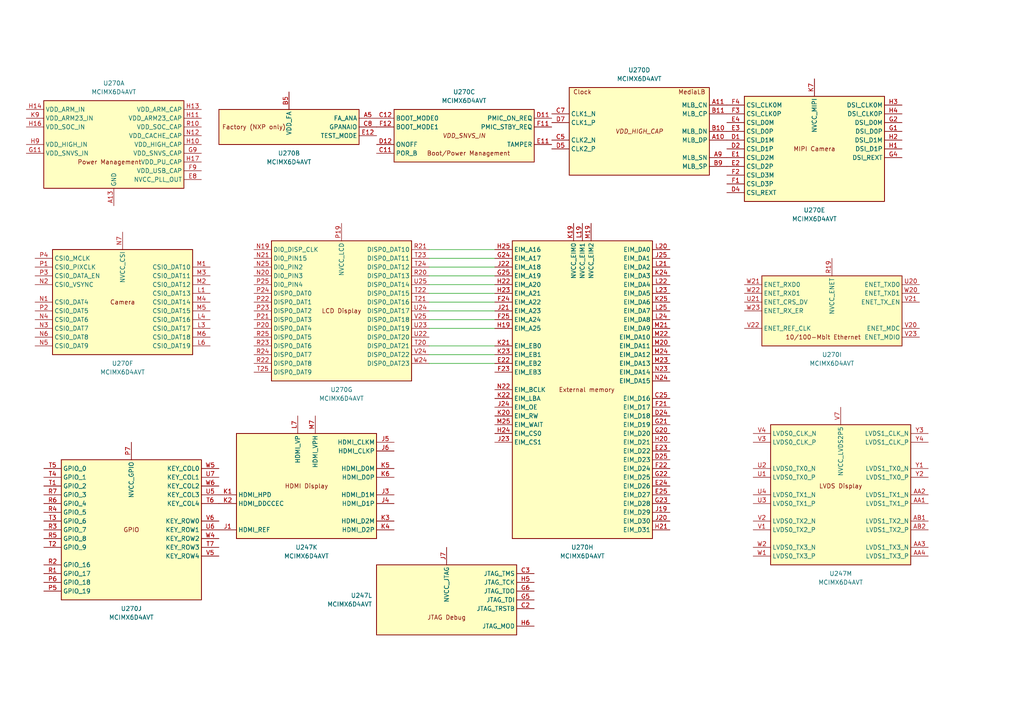
<source format=kicad_sch>
(kicad_sch (version 20250114) (generator "eeschema") (generator_version "9.0")
  (paper "A4")
  (wire (pts (xy 143.51 80.01) (xy 124.46 80.01)))
  (wire (pts (xy 143.51 82.55) (xy 124.46 82.55)))
  (wire (pts (xy 143.51 90.17) (xy 124.46 90.17)))
  (wire (pts (xy 143.51 74.93) (xy 124.46 74.93)))
  (wire (pts (xy 143.51 95.25) (xy 124.46 95.25)))
  (wire (pts (xy 143.51 85.09) (xy 124.46 85.09)))
  (wire (pts (xy 143.51 77.47) (xy 124.46 77.47)))
  (wire (pts (xy 143.51 92.71) (xy 124.46 92.71)))
  (wire (pts (xy 143.51 87.63) (xy 124.46 87.63)))
  (wire (pts (xy 143.51 72.39) (xy 124.46 72.39)))
  (wire (pts (xy 143.51 100.33) (xy 124.46 100.33)))
  (wire (pts (xy 143.51 105.41) (xy 124.46 105.41)))
  (wire (pts (xy 143.51 102.87) (xy 124.46 102.87)))
  (symbol (lib_id "CPU_NXP_IMX:MCIMX6D4AVT") (at 241.3 90.17 0) (unit 9)
    (property "Reference" "U270" (at 241.3 102.87 0))
    (property "Value" "MCIMX6D4AVT" (at 241.3 105.41 0))
    (property "Footprint" "Package_BGA:BGA-624_21x21mm_Layout25x25_P0.8mm" (effects (hide yes)))
    (property "Datasheet" "https://www.nxp.com/docs/en/data-sheet/IMX6DQAEC.pdf" (effects (hide yes)))
    (property "Description" "i.MX 6Dual Automotive and Infotainment Application Processor, BGA-624" (effects (hide yes)))
  )
  (symbol (lib_id "CPU_NXP_IMX:MCIMX6D4AVT") (at 38.1 153.67 0) (unit 10)
    (property "Reference" "U270" (at 38.1 176.53 0))
    (property "Value" "MCIMX6D4AVT" (at 38.1 179.07 0))
    (property "Footprint" "Package_BGA:BGA-624_21x21mm_Layout25x25_P0.8mm" (effects (hide yes)))
    (property "Datasheet" "https://www.nxp.com/docs/en/data-sheet/IMX6DQAEC.pdf" (effects (hide yes)))
    (property "Description" "i.MX 6Dual Automotive and Infotainment Application Processor, BGA-624" (effects (hide yes)))
  )
  (symbol (lib_id "CPU_NXP_IMX:MCIMX6D4AVT") (at 33.02 41.91 0) (unit 1)
    (property "Reference" "U270" (at 33.02 24.13 0))
    (property "Value" "MCIMX6D4AVT" (at 33.02 26.67 0))
    (property "Footprint" "Package_BGA:BGA-624_21x21mm_Layout25x25_P0.8mm" (effects (hide yes)))
    (property "Datasheet" "https://www.nxp.com/docs/en/data-sheet/IMX6DQAEC.pdf" (effects (hide yes)))
    (property "Description" "i.MX 6Dual Automotive and Infotainment Application Processor, BGA-624" (effects (hide yes)))
  )
  (symbol (lib_id "CPU_NXP_IMX:MCIMX6D4AVT") (at 129.54 173.99 0) (unit 12)
    (property "Reference" "U247" (at 107.95 172.7199 0) (effects (justify right)))
    (property "Value" "MCIMX6D4AVT" (at 107.95 175.2599 0) (effects (justify right)))
    (property "Footprint" "Package_BGA:BGA-624_21x21mm_Layout25x25_P0.8mm" (effects (hide yes)))
    (property "Datasheet" "https://www.nxp.com/docs/en/data-sheet/IMX6DQAEC.pdf" (effects (hide yes)))
    (property "Description" "i.MX 6Dual Automotive and Infotainment Application Processor, BGA-624" (effects (hide yes)))
  )
  (symbol (lib_id "CPU_NXP_IMX:MCIMX6D4AVT") (at 243.84 143.51 0) (unit 13)
    (property "Reference" "U247" (at 243.84 166.37 0))
    (property "Value" "MCIMX6D4AVT" (at 243.84 168.91 0))
    (property "Footprint" "Package_BGA:BGA-624_21x21mm_Layout25x25_P0.8mm" (effects (hide yes)))
    (property "Datasheet" "https://www.nxp.com/docs/en/data-sheet/IMX6DQAEC.pdf" (effects (hide yes)))
    (property "Description" "i.MX 6Dual Automotive and Infotainment Application Processor, BGA-624" (effects (hide yes)))
  )
  (symbol (lib_id "CPU_NXP_IMX:MCIMX6D4AVT") (at 99.06 90.17 0) (unit 7)
    (property "Reference" "U270" (at 99.06 113.03 0))
    (property "Value" "MCIMX6D4AVT" (at 99.06 115.57 0))
    (property "Footprint" "Package_BGA:BGA-624_21x21mm_Layout25x25_P0.8mm" (effects (hide yes)))
    (property "Datasheet" "https://www.nxp.com/docs/en/data-sheet/IMX6DQAEC.pdf" (effects (hide yes)))
    (property "Description" "i.MX 6Dual Automotive and Infotainment Application Processor, BGA-624" (effects (hide yes)))
  )
  (symbol (lib_id "CPU_NXP_IMX:MCIMX6D4AVT") (at 168.91 113.03 0) (unit 8)
    (property "Reference" "U270" (at 168.91 158.75 0))
    (property "Value" "MCIMX6D4AVT" (at 168.91 161.29 0))
    (property "Footprint" "Package_BGA:BGA-624_21x21mm_Layout25x25_P0.8mm" (effects (hide yes)))
    (property "Datasheet" "https://www.nxp.com/docs/en/data-sheet/IMX6DQAEC.pdf" (effects (hide yes)))
    (property "Description" "i.MX 6Dual Automotive and Infotainment Application Processor, BGA-624" (effects (hide yes)))
  )
  (symbol (lib_id "CPU_NXP_IMX:MCIMX6D4AVT") (at 134.62 39.37 0) (unit 3)
    (property "Reference" "U270" (at 134.62 26.67 0))
    (property "Value" "MCIMX6D4AVT" (at 134.62 29.21 0))
    (property "Footprint" "Package_BGA:BGA-624_21x21mm_Layout25x25_P0.8mm" (effects (hide yes)))
    (property "Datasheet" "https://www.nxp.com/docs/en/data-sheet/IMX6DQAEC.pdf" (effects (hide yes)))
    (property "Description" "i.MX 6Dual Automotive and Infotainment Application Processor, BGA-624" (effects (hide yes)))
  )
  (symbol (lib_id "CPU_NXP_IMX:MCIMX6D4AVT") (at 185.42 38.1 0) (unit 4)
    (property "Reference" "U270" (at 185.42 20.32 0))
    (property "Value" "MCIMX6D4AVT" (at 185.42 22.86 0))
    (property "Footprint" "Package_BGA:BGA-624_21x21mm_Layout25x25_P0.8mm" (effects (hide yes)))
    (property "Datasheet" "https://www.nxp.com/docs/en/data-sheet/IMX6DQAEC.pdf" (effects (hide yes)))
    (property "Description" "i.MX 6Dual Automotive and Infotainment Application Processor, BGA-624" (effects (hide yes)))
  )
  (symbol (lib_id "CPU_NXP_IMX:MCIMX6D4AVT") (at 35.56 87.63 0) (unit 6)
    (property "Reference" "U270" (at 35.56 105.41 0))
    (property "Value" "MCIMX6D4AVT" (at 35.56 107.95 0))
    (property "Footprint" "Package_BGA:BGA-624_21x21mm_Layout25x25_P0.8mm" (effects (hide yes)))
    (property "Datasheet" "https://www.nxp.com/docs/en/data-sheet/IMX6DQAEC.pdf" (effects (hide yes)))
    (property "Description" "i.MX 6Dual Automotive and Infotainment Application Processor, BGA-624" (effects (hide yes)))
  )
  (symbol (lib_id "CPU_NXP_IMX:MCIMX6D4AVT") (at 236.22 43.18 0) (unit 5)
    (property "Reference" "U270" (at 236.22 60.96 0))
    (property "Value" "MCIMX6D4AVT" (at 236.22 63.5 0))
    (property "Footprint" "Package_BGA:BGA-624_21x21mm_Layout25x25_P0.8mm" (effects (hide yes)))
    (property "Datasheet" "https://www.nxp.com/docs/en/data-sheet/IMX6DQAEC.pdf" (effects (hide yes)))
    (property "Description" "i.MX 6Dual Automotive and Infotainment Application Processor, BGA-624" (effects (hide yes)))
  )
  (symbol (lib_id "CPU_NXP_IMX:MCIMX6D4AVT") (at 83.82 36.83 0) (unit 2)
    (property "Reference" "U270" (at 83.82 44.45 0))
    (property "Value" "MCIMX6D4AVT" (at 83.82 46.99 0))
    (property "Footprint" "Package_BGA:BGA-624_21x21mm_Layout25x25_P0.8mm" (effects (hide yes)))
    (property "Datasheet" "https://www.nxp.com/docs/en/data-sheet/IMX6DQAEC.pdf" (effects (hide yes)))
    (property "Description" "i.MX 6Dual Automotive and Infotainment Application Processor, BGA-624" (effects (hide yes)))
  )
  (symbol (lib_id "CPU_NXP_IMX:MCIMX6D4AVT") (at 88.9 140.97 0) (unit 11)
    (property "Reference" "U247" (at 88.9 158.75 0))
    (property "Value" "MCIMX6D4AVT" (at 88.9 161.29 0))
    (property "Footprint" "Package_BGA:BGA-624_21x21mm_Layout25x25_P0.8mm" (effects (hide yes)))
    (property "Datasheet" "https://www.nxp.com/docs/en/data-sheet/IMX6DQAEC.pdf" (effects (hide yes)))
    (property "Description" "i.MX 6Dual Automotive and Infotainment Application Processor, BGA-624" (effects (hide yes)))
  )
)
</source>
